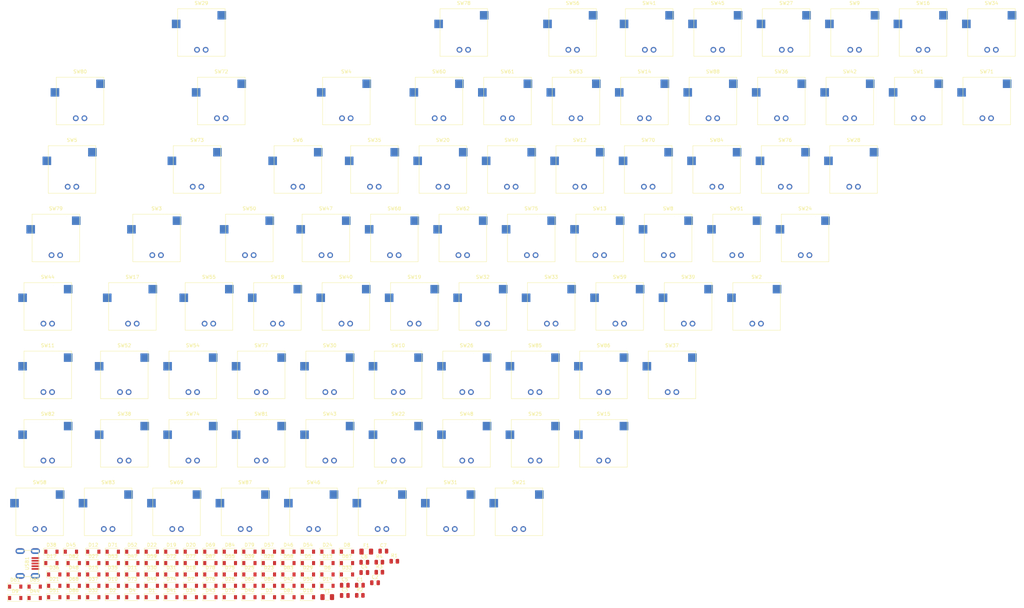
<source format=kicad_pcb>
(kicad_pcb (version 20211014) (generator pcbnew)
  (layers (0 "F.Cu" signal) (31 "B.Cu" signal) (34 "B.Paste" user) (35 "F.Paste" user) (36 "B.SilkS" user "B.Silkscreen") (37 "F.SilkS" user "F.Silkscreen") (38 "B.Mask" user) (39 "F.Mask" user) (44 "Edge.Cuts" user))
  (net 0 "")
  (net 1 "Net-(C1-Pad1)")
  (net 2 "+5V")
  (net 3 "Net-(C2-Pad1)")
  (net 4 "Net-(C3-Pad1)")
  (net 5 "ROW0")
  (net 6 "Net-(D1-Pad2)")
  (net 7 "ROW1")
  (net 8 "Net-(D2-Pad2)")
  (net 9 "ROW2")
  (net 10 "Net-(D3-Pad2)")
  (net 11 "COL3")
  (net 12 "Net-(D4-Pad2)")
  (net 13 "COL4")
  (net 14 "Net-(D5-Pad2)")
  (net 15 "COL5")
  (net 16 "Net-(D6-Pad2)")
  (net 17 "Net-(D7-Pad2)")
  (net 18 "Net-(D8-Pad2)")
  (net 19 "Net-(D9-Pad2)")
  (net 20 "Net-(D10-Pad2)")
  (net 21 "Net-(D11-Pad2)")
  (net 22 "Net-(D12-Pad2)")
  (net 23 "Net-(D13-Pad2)")
  (net 24 "Net-(D14-Pad2)")
  (net 25 "Net-(D15-Pad2)")
  (net 26 "Net-(D16-Pad2)")
  (net 28 "Net-(D17-Pad2)")
  (net 29 "Net-(D18-Pad2)")
  (net 30 "Net-(D19-Pad2)")
  (net 31 "Net-(D20-Pad2)")
  (net 32 "Net-(D21-Pad2)")
  (net 33 "Net-(D22-Pad2)")
  (net 34 "Net-(D23-Pad2)")
  (net 35 "Net-(D24-Pad2)")
  (net 36 "Net-(D25-Pad2)")
  (net 37 "Net-(D26-Pad2)")
  (net 38 "Net-(D27-Pad2)")
  (net 39 "Net-(D28-Pad2)")
  (net 40 "Net-(D29-Pad2)")
  (net 41 "Net-(D30-Pad2)")
  (net 42 "Net-(D31-Pad2)")
  (net 43 "Net-(D32-Pad2)")
  (net 45 "Net-(D33-Pad2)")
  (net 46 "Net-(D34-Pad2)")
  (net 47 "Net-(D35-Pad2)")
  (net 48 "Net-(D36-Pad2)")
  (net 49 "Net-(D37-Pad2)")
  (net 50 "Net-(D38-Pad2)")
  (net 51 "Net-(D39-Pad2)")
  (net 52 "Net-(D40-Pad2)")
  (net 53 "Net-(D41-Pad2)")
  (net 54 "Net-(D42-Pad2)")
  (net 55 "Net-(D43-Pad2)")
  (net 56 "Net-(D44-Pad2)")
  (net 57 "Net-(D45-Pad2)")
  (net 58 "Net-(D46-Pad2)")
  (net 59 "Net-(D47-Pad2)")
  (net 60 "Net-(D48-Pad2)")
  (net 62 "Net-(D49-Pad2)")
  (net 63 "Net-(D50-Pad2)")
  (net 64 "Net-(D51-Pad2)")
  (net 65 "Net-(D52-Pad2)")
  (net 66 "Net-(D53-Pad2)")
  (net 67 "Net-(D54-Pad2)")
  (net 68 "Net-(D55-Pad2)")
  (net 69 "Net-(D57-Pad2)")
  (net 71 "Net-(D58-Pad2)")
  (net 72 "Net-(D59-Pad2)")
  (net 73 "Net-(D60-Pad2)")
  (net 74 "Net-(D61-Pad2)")
  (net 75 "Net-(D67-Pad2)")
  (net 76 "Net-(D68-Pad2)")
  (net 77 "Net-(D69-Pad2)")
  (net 78 "Net-(D70-Pad2)")
  (net 79 "Net-(D71-Pad2)")
  (net 80 "Net-(D72-Pad2)")
  (net 82 "Net-(D73-Pad2)")
  (net 83 "Net-(D74-Pad2)")
  (net 84 "Net-(D75-Pad2)")
  (net 85 "Net-(D76-Pad2)")
  (net 86 "Net-(D77-Pad2)")
  (net 87 "Net-(D78-Pad2)")
  (net 88 "Net-(D79-Pad2)")
  (net 89 "Net-(D80-Pad2)")
  (net 90 "Net-(D81-Pad2)")
  (net 91 "Net-(D82-Pad2)")
  (net 92 "Net-(D83-Pad2)")
  (net 93 "Net-(D84-Pad2)")
  (net 94 "Net-(D85-Pad2)")
  (net 95 "Net-(D86-Pad2)")
  (net 96 "Net-(D87-Pad2)")
  (net 97 "VCC")
  (net 98 "Net-(R1-Pad2)")
  (net 99 "Net-(R2-Pad1)")
  (net 100 "Net-(R3-Pad1)")
  (net 101 "D+")
  (net 102 "Net-(R4-Pad1)")
  (net 103 "D-")
  (net 104 "COL0")
  (net 105 "COL1")
  (net 106 "COL2")
  (net 107 "COL6")
  (net 108 "COL7")
  (net 109 "COL9")
  (net 110 "COL10")
  (net 111 "COL12")
  (net 112 "COL13")
  (net 113 "COL14")
  (net 114 "COL15")
  (net 115 "GND")
  (footprint "Diode_SMD:D_SOD-123" (layer "F.Cu") (at 43.3 191.09)
    (fp_text reference "D68")
    (fp_text value "D_Small")
  )
  (footprint "CherryMX_KailhSocket_LED:CherryMX_6.00u_KailhSocket_LED" (layer "F.Cu") (at 80.885 28.09)
    (fp_text reference "SW29")
    (fp_text value "SW_DIP_x01")
  )
  (footprint "Capacitor_SMD:C_0805_2012Metric" (layer "F.Cu") (at 123.15 190.92)
    (fp_text reference "C5")
    (fp_text value "0.1uF")
  )
  (footprint "CherryMX_KailhSocket_LED:CherryMX_1.00u_KailhSocket_LED" (layer "F.Cu") (at 134.11 169.28)
    (fp_text reference "SW7")
    (fp_text value "SW_DIP_x01")
  )
  (footprint "Diode_SMD:D_SOD-123" (layer "F.Cu") (at 95.05 191.09)
    (fp_text reference "D60")
    (fp_text value "D_Small")
  )
  (footprint "CherryMX_KailhSocket_LED:CherryMX_1.00u_KailhSocket_LED" (layer "F.Cu") (at 150.91 48.26)
    (fp_text reference "SW60")
    (fp_text value "SW_DIP_x01")
  )
  (footprint "Diode_SMD:D_SOD-123" (layer "F.Cu") (at 106.55 181.04)
    (fp_text reference "D46")
    (fp_text value "D_Small")
  )
  (footprint "Diode_SMD:D_SOD-123" (layer "F.Cu") (at 100.8 194.44)
    (fp_text reference "D3")
    (fp_text value "D_Small")
  )
  (footprint "CherryMX_KailhSocket_LED:CherryMX_1.00u_KailhSocket_LED" (layer "F.Cu") (at 313.68 28.09)
    (fp_text reference "SW34")
    (fp_text value "SW_DIP_x01")
  )
  (footprint "CherryMX_KailhSocket_LED:CherryMX_1.00u_KailhSocket_LED" (layer "F.Cu") (at 118.7 128.94)
    (fp_text reference "SW30")
    (fp_text value "SW_DIP_x01")
  )
  (footprint "Diode_SMD:D_SOD-123" (layer "F.Cu") (at 77.8 194.44)
    (fp_text reference "D34")
    (fp_text value "D_Small")
  )
  (footprint "Diode_SMD:D_SOD-123" (layer "F.Cu") (at 77.8 191.09)
    (fp_text reference "D7")
    (fp_text value "D_Small")
  )
  (footprint "Diode_SMD:D_SOD-123" (layer "F.Cu") (at 54.8 184.39)
    (fp_text reference "D53")
    (fp_text value "D_Small")
  )
  (footprint "CherryMX_KailhSocket_LED:CherryMX_1.00u_KailhSocket_LED" (layer "F.Cu") (at 192.37 68.43)
    (fp_text reference "SW12")
    (fp_text value "SW_DIP_x01")
  )
  (footprint "CherryMX_KailhSocket_LED:CherryMX_1.00u_KailhSocket_LED" (layer "F.Cu") (at 238.59 88.6)
    (fp_text reference "SW51")
    (fp_text value "SW_DIP_x01")
  )
  (footprint "CherryMX_KailhSocket_LED:CherryMX_1.25u_KailhSocket_LED" (layer "F.Cu") (at 35.64125 128.94)
    (fp_text reference "SW11")
    (fp_text value "SW_DIP_x01")
  )
  (footprint "CherryMX_KailhSocket_LED:CherryMX_1.00u_KailhSocket_LED" (layer "F.Cu") (at 178.08 88.6)
    (fp_text reference "SW75")
    (fp_text value "SW_DIP_x01")
  )
  (footprint "Diode_SMD:D_SOD-123" (layer "F.Cu") (at 100.8 181.04)
    (fp_text reference "D57")
    (fp_text value "D_Small")
  )
  (footprint "Diode_SMD:D_SOD-123" (layer "F.Cu") (at 54.8 194.44)
    (fp_text reference "D2")
    (fp_text value "D_Small")
  )
  (footprint "Diode_SMD:D_SOD-123" (layer "F.Cu") (at 36.72 181.04)
    (fp_text reference "D38")
    (fp_text value "D_Small")
  )
  (footprint "CherryMX_KailhSocket_LED:CherryMX_1.00u_KailhSocket_LED" (layer "F.Cu") (at 159.04 149.11)
    (fp_text reference "SW48")
    (fp_text value "SW_DIP_x01")
  )
  (footprint "Diode_SMD:D_SOD-123" (layer "F.Cu") (at 83.55 194.44)
    (fp_text reference "D43")
    (fp_text value "D_Small")
  )
  (footprint "CherryMX_KailhSocket_LED:CherryMX_1.50u_KailhSocket_LED" (layer "F.Cu") (at 67.7125 88.6)
    (fp_text reference "SW3")
    (fp_text value "SW_DIP_x01")
  )
  (footprint "Diode_SMD:D_SOD-123" (layer "F.Cu") (at 89.3 191.09)
    (fp_text reference "D26")
    (fp_text value "D_Small")
  )
  (footprint "CherryMX_KailhSocket_LED:CherryMX_1.00u_KailhSocket_LED" (layer "F.Cu") (at 143.63 108.77)
    (fp_text reference "SW19")
    (fp_text value "SW_DIP_x01")
  )
  (footprint "CherryMX_KailhSocket_LED:CherryMX_1.00u_KailhSocket_LED" (layer "F.Cu") (at 33.26 169.28)
    (fp_text reference "SW58")
    (fp_text value "SW_DIP_x01")
  )
  (footprint "Diode_SMD:D_SOD-123" (layer "F.Cu") (at 54.8 191.09)
    (fp_text reference "D10")
    (fp_text value "D_Small")
  )
  (footprint "Diode_SMD:D_SOD-123" (layer "F.Cu") (at 106.55 191.09)
    (fp_text reference "D42")
    (fp_text value "D_Small")
  )
  (footprint "Resistor_SMD:R_0805_2012Metric" (layer "F.Cu") (at 137.74 183.85)
    (fp_text reference "R1")
    (fp_text value "10k")
  )
  (footprint "CherryMX_KailhSocket_LED:CherryMX_1.00u_KailhSocket_LED" (layer "F.Cu") (at 113.94 169.28)
    (fp_text reference "SW46")
    (fp_text value "SW_DIP_x01")
  )
  (footprint "CherryMX_KailhSocket_LED:CherryMX_1.25u_KailhSocket_LED" (layer "F.Cu") (at 35.64125 108.77)
    (fp_text reference "SW44")
    (fp_text value "SW_DIP_x01")
  )
  (footprint "Diode_SMD:D_SOD-123" (layer "F.Cu") (at 89.3 181.04)
    (fp_text reference "D84")
    (fp_text value "D_Small")
  )
  (footprint "CherryMX_KailhSocket_LED:CherryMX_1.00u_KailhSocket_LED" (layer "F.Cu") (at 172.2 68.43)
    (fp_text reference "SW49")
    (fp_text value "SW_DIP_x01")
  )
  (footprint "CherryMX_KailhSocket_LED:CherryMX_1.00u_KailhSocket_LED" (layer "F.Cu") (at 231.59 48.26)
    (fp_text reference "SW88")
    (fp_text value "SW_DIP_x01")
  )
  (footprint "CherryMX_KailhSocket_LED:CherryMX_1.00u_KailhSocket_LED" (layer "F.Cu") (at 137.74 88.6)
    (fp_text reference "SW68")
    (fp_text value "SW_DIP_x01")
  )
  (footprint "Diode_SMD:D_SOD-123" (layer "F.Cu") (at 118.05 187.74)
    (fp_text reference "D6")
    (fp_text value "D_Small")
  )
  (footprint "Capacitor_SMD:C_0805_2012Metric" (layer "F.Cu") (at 132.05 190.18)
    (fp_text reference "C2")
    (fp_text value "22pF")
  )
  (footprint "CherryMX_KailhSocket_LED:CherryMX_1.00u_KailhSocket_LED" (layer "F.Cu") (at 191.25 48.26)
    (fp_text reference "SW53")
    (fp_text value "SW_DIP_x01")
  )
  (footprint "Diode_SMD:D_SOD-123" (layer "F.Cu") (at 123.8 187.74)
    (fp_text reference "D33")
    (fp_text value "D_Small")
  )
  (footprint "Diode_SMD:D_SOD-123" (layer "F.Cu") (at 112.3 194.44)
    (fp_text reference "D16")
    (fp_text value "D_Small")
  )
  (footprint "CherryMX_KailhSocket_LED:CherryMX_2.00u_KailhSocket_LED" (layer "F.Cu") (at 42.785 68.43)
    (fp_text reference "SW5")
    (fp_text value "SW_DIP_x01")
  )
  (footprint "Diode_SMD:D_SOD-123" (layer "F.Cu") (at 43.3 184.39)
    (fp_text reference "D82")
    (fp_text value "D_Small")
  )
  (footprint "Diode_SMD:D_SOD-123" (layer "F.Cu") (at 49.05 191.09)
    (fp_text reference "D37")
    (fp_text value "D_Small")
  )
  (footprint "Diode_SMD:D_SOD-123" (layer "F.Cu") (at 95.05 187.74)
    (fp_text reference "D25")
    (fp_text value "D_Small")
  )
  (footprint "Diode_SMD:D_SOD-123" (layer "F.Cu") (at 31.8 191.33)
    (fp_text reference "D85")
    (fp_text value "D_Small")
  )
  (footprint "CherryMX_KailhSocket_LED:CherryMX_1.00u_KailhSocket_LED" (layer "F.Cu") (at 211.42 48.26)
    (fp_text reference "SW14")
    (fp_text value "SW_DIP_x01")
  )
  (footprint "Diode_SMD:D_SOD-123" (layer "F.Cu") (at 49.05 194.44)
    (fp_text reference "D32")
    (fp_text value "D_Small")
  )
  (footprint "Diode_SMD:D_SOD-123" (layer "F.Cu") (at 49.05 187.74)
    (fp_text reference "D15")
    (fp_text value "D_Small")
  )
  (footprint "Resistor_SMD:R_0805_2012Metric" (layer "F.Cu") (at 133.33 184.13)
    (fp_text reference "R4")
    (fp_text value "22")
  )
  (footprint "CherryMX_KailhSocket_LED:CherryMX_1.00u_KailhSocket_LED" (layer "F.Cu") (at 138.87 149.11)
    (fp_text reference "SW22")
    (fp_text value "SW_DIP_x01")
  )
  (footprint "Diode_SMD:D_SOD-123" (layer "F.Cu") (at 60.55 181.04)
    (fp_text reference "D52")
    (fp_text value "D_Small")
  )
  (footprint "CherryMX_KailhSocket_LED:CherryMX_1.00u_KailhSocket_LED" (layer "F.Cu") (at 157.91 88.6)
    (fp_text reference "SW62")
    (fp_text value "SW_DIP_x01")
  )
  (footprint "Diode_SMD:D_SOD-123" (layer "F.Cu") (at 77.8 184.39)
    (fp_text reference "D77")
    (fp_text value "D_Small")
  )
  (footprint "CherryMX_KailhSocket_LED:CherryMX_1.00u_KailhSocket_LED" (layer "F.Cu") (at 179.21 149.11)
    (fp_text reference "SW25")
    (fp_text value "SW_DIP_x01")
  )
  (footprint "CherryMX_KailhSocket_LED:CherryMX_1.00u_KailhSocket_LED" (layer "F.Cu") (at 117.57 88.6)
    (fp_text reference "SW47")
    (fp_text value "SW_DIP_x01")
  )
  (footprint "CherryMX_KailhSocket_LED:CherryMX_1.00u_KailhSocket_LED" (layer "F.Cu") (at 103.29 108.77)
    (fp_text reference "SW18")
    (fp_text value "SW_DIP_x01")
  )
  (footprint "CherryMX_KailhSocket_LED:CherryMX_1.00u_KailhSocket_LED" (layer "F.Cu") (at 73.6 169.28)
    (fp_text reference "SW69")
    (fp_text value "SW_DIP_x01")
  )
  (footprint "Diode_SMD:D_SOD-123" (layer "F.Cu") (at 100.8 184.39)
    (fp_text reference "D28")
    (fp_text value "D_Small")
  )
  (footprint "CherryMX_KailhSocket_LED:CherryMX_1.00u_KailhSocket_LED" (layer "F.Cu") (at 78.36 128.94)
    (fp_text reference "SW54")
    (fp_text value "SW_DIP_x01")
  )
  (footprint "CherryMX_KailhSocket_LED:CherryMX_1.00u_KailhSocket_LED" (layer "F.Cu") (at 98.53 128.94)
    (fp_text reference "SW77")
    (fp_text value "SW_DIP_x01")
  )
  (footprint "CherryMX_KailhSocket_LED:CherryMX_1.00u_KailhSocket_LED" (layer "F.Cu") (at 273.34 28.09)
    (fp_text reference "SW9")
    (fp_text value "SW_DIP_x01")
  )
  (footprint "CherryMX_KailhSocket_LED:CherryMX_1.00u_KailhSocket_LED" (layer "F.Cu") (at 171.08 48.26)
    (fp_text reference "SW61")
    (fp_text value "SW_DIP_x01")
  )
  (footprint "Diode_SMD:D_SOD-123" (layer "F.Cu") (at 77.8 181.04)
    (fp_text reference "D20")
    (fp_text value "D_Small")
  )
  (footprint "Diode_SMD:D_SOD-123" (layer "F.Cu") (at 100.8 187.74)
    (fp_text reference "D23")
    (fp_text value "D_Small")
  )
  (footprint "Diode_SMD:D_SOD-123" (layer "F.Cu") (at 49.05 181.04)
    (fp_text reference "D12")
    (fp_text value "D_Small")
  )
  (footprint "Diode_SMD:D_SOD-123" (layer "F.Cu") (at 95.05 181.04)
    (fp_text reference "D79")
    (fp_text value "D_Small")
  )
  (footprint "Diode_SMD:D_SOD-123" (layer "F.Cu") (at 118.05 191.09)
    (fp_text reference "D14")
    (fp_text value "D_Small")
  )
  (footprint "CherryMX_KailhSocket_LED:CherryMX_1.00u_KailhSocket_LED" (layer "F.Cu") (at 183.97 108.77)
    (fp_text reference "SW33")
    (fp_text value "SW_DIP_x01")
  )
  (footprint "CherryMX_KailhSocket_LED:CherryMX_1.00u_KailhSocket_LED" (layer "F.Cu") (at 258.76 88.6)
    (fp_text reference "SW24")
    (fp_text value "SW_DIP_x01")
  )
  (footprint "Diode_SMD:D_SOD-123" (layer "F.Cu") (at 106.55 184.39)
    (fp_text reference "D58")
    (fp_text value "D_Small")
  )
  (footprint "CherryMX_KailhSocket_LED:CherryMX_1.00u_KailhSocket_LED" (layer "F.Cu") (at 224.31 108.77)
    (fp_text reference "SW39")
    (fp_text value "SW_DIP_x01")
  )
  (footprint "Diode_SMD:D_SOD-123" (layer "F.Cu") (at 37.55 194.44)
    (fp_text reference "D51")
    (fp_text value "D_Small")
  )
  (footprint "CherryMX_KailhSocket_LED:CherryMX_1.00u_KailhSocket_LED" (layer "F.Cu") (at 179.21 128.94)
    (fp_text reference "SW85")
    (fp_text value "SW_DIP_x01")
  )
  (footprint "CherryMX_KailhSocket_LED:CherryMX_1.50u_KailhSocket_LED" (layer "F.Cu") (at 38.0225 88.6)
    (fp_text reference "SW79")
    (fp_text value "SW_DIP_x01")
  )
  (footprint "Diode_SMD:D_SOD-123" (layer "F.Cu") (at 54.8 181.04)
    (fp_text reference "D71")
    (fp_text value "D_Small")
  )
  (footprint "Diode_SMD:D_SOD-123" (layer "F.Cu") (at 112.3 191.09)
    (fp_text reference "D50")
    (fp_text value "D_Small")
  )
  (footprint "CherryMX_KailhSocket_LED:CherryMX_1.00u_KailhSocket_LED" (layer "F.Cu") (at 271.93 48.26)
    (fp_text reference "SW42")
    (fp_text value "SW_DIP_x01")
  )
  (footprint "Capacitor_SMD:C_0805_2012Metric" (layer "F.Cu") (at 127.6 190.92)
    (fp_text reference "C1")
    (fp_text value "22pF")
  )
  (footprint "CherryMX_KailhSocket_LED:CherryMX_1.00u_KailhSocket_LED" (layer "F.Cu") (at 252.88 68.43)
    (fp_text reference "SW76")
    (fp_text value "SW_DIP_x01")
  )
  (footprint "Diode_SMD:D_SOD-123" (layer "F.Cu") (at 60.55 194.44)
    (fp_text reference "D4")
    (fp_text value "D_Small")
  )
  (footprint "Diode_SMD:D_SOD-123" (layer "F.Cu") (at 66.3 187.74)
    (fp_text reference "D30")
    (fp_text value "D_Small")
  )
  (footprint "Diode_SMD:D_SOD-123" (layer "F.Cu") (at 43.3 194.44)
    (fp_text reference "D86")
    (fp_text value "D_Small")
  )
  (footprint "Diode_SMD:D_SOD-123" (layer "F.Cu") (at 112.3 187.74)
    (fp_text reference "D29")
    (fp_text value "D_Small")
  )
  (footprint "CherryMX_KailhSocket_LED:CherryMX_1.00u_KailhSocket_LED" (layer "F.Cu") (at 152.03 68.43)
    (fp_text reference "SW20")
    (fp_text value "SW_DIP_x01")
  )
  (footprint "CherryMX_KailhSocket_LED:CherryMX_1.00u_KailhSocket_LED" (layer "F.Cu") (at 98.53 149.11)
    (fp_text reference "SW81")
    (fp_text value "SW_DIP_x01")
  )
  (footprint "Capacitor_SMD:C_0805_2012Metric" (layer "F.Cu") (at 134.51 180.87)
    (fp_text reference "C7")
    (fp_text value "10uF")
  )
  (footprint "Diode_SMD:D_SOD-123" (layer "F.Cu") (at 106.55 194.44)
    (fp_text reference "D81")
    (fp_text value "D_Small")
  )
  (footprint "Diode_SMD:D_SOD-123" (layer "F.Cu") (at 60.55 191.09)
    (fp_text reference "D73")
    (fp_text value "D_Small")
  )
  (footprint "CherryMX_KailhSocket_LED:CherryMX_1.00u_KailhSocket_LED" (layer "F.Cu") (at 118.7 149.11)
    (fp_text reference "SW43")
    (fp_text value "SW_DIP_x01")
  )
  (footprint "CherryMX_KailhSocket_LED:CherryMX_1.00u_KailhSocket_LED" (layer "F.Cu") (at 53.43 169.28)
    (fp_text reference "SW83")
    (fp_text value "SW_DIP_x01")
  )
  (footprint "CherryMX_KailhSocket_LED:CherryMX_2.00u_KailhSocket_LED" (layer "F.Cu") (at 158.205 28.09)
    (fp_text reference "SW78")
    (fp_text value "SW_DIP_x01")
  )
  (footprint "Diode_SMD:D_SOD-123" (layer "F.Cu") (at 66.3 194.44)
    (fp_text reference "D1")
    (fp_text value "D_Small")
  )
  (footprint "Diode_SMD:D_SOD-123" (layer "F.Cu") (at 66.3 184.39)
    (fp_text reference "D59")
    (fp_text value "D_Small")
  )
  (footprint "CherryMX_KailhSocket_LED:CherryMX_1.25u_KailhSocket_LED" (layer "F.Cu") (at 190.28125 28.09)
    (fp_text reference "SW56")
    (fp_text value "SW_DIP_x01")
  )
  (footprint "CherryMX_KailhSocket_LED:CherryMX_1.00u_KailhSocket_LED" (layer "F.Cu") (at 138.87 128.94)
    (fp_text reference "SW10")
    (fp_text value "SW_DIP_x01")
  )
  (footprint "Diode_SMD:D_SOD-123" (layer "F.Cu") (at 83.55 181.04)
    (fp_text reference "D69")
    (fp_text value "D_Small")
  )
  (footprint "Diode_SMD:D_SOD-123" (layer "F.Cu") (at 77.8 187.74)
    (fp_text reference "D18")
    (fp_text value "D_Small")
  )
  (footprint "Resistor_SMD:R_0805_2012Metric" (layer "F.Cu") (at 127.58 193.9)
    (fp_text reference "R2")
    (fp_text value "10k")
  )
  (footprint "Diode_SMD:D_SOD-123" (layer "F.Cu") (at 36.72 184.39)
    (fp_text reference "D17")
    (fp_text value "D_Small")
  )
  (footprint "Diode_SMD:D_SOD-123" (layer "F.Cu") (at 89.3 184.39)
    (fp_text reference "D55")
    (fp_text value "D_Small")
  )
  (footprint "CherryMX_KailhSocket_LED:CherryMX_2.25u_KailhSocket_LED" (layer "F.Cu") (at 45.16625 48.26)
    (fp_text reference "SW80")
    (fp_text value "SW_DIP_x01")
  )
  (footprint "Diode_SMD:D_SOD-123" (layer "F.Cu") (at 89.3 194.44)
    (fp_text reference "D70")
    (fp_text value "D_Small")
  )
  (footprint "Diode_SMD:D_SOD-123" (layer "F.Cu") (at 43.3 187.74)
    (fp_text reference "D48")
    (fp_text value "D_Small")
  )
  (footprint "CherryMX_KailhSocket_LED:CherryMX_1.00u_KailhSocket_LED" (layer "F.Cu") (at 212.83 28.09)
    (fp_text reference "SW41")
    (fp_text value "SW_DIP_x01")
  )
  (footprint "Diode_SMD:D_SOD-123" (layer "F.Cu") (at 83.55 187.74)
    (fp_text reference "D78")
    (fp_text value "D_Small")
  )
  (footprint "CherryMX_KailhSocket_LED:CherryMX_1.00u_KailhSocket_LED" (layer "F.Cu") (at 233 28.09)
    (fp_text reference "SW45")
    (fp_text value "SW_DIP_x01")
  )
  (footprint "Diode_SMD:D_SOD-123" (layer "F.Cu") (at 37.55 187.74)
    (fp_text reference "D36")
    (fp_text value "D_Small")
  )
  (footprint "Diode_SMD:D_SOD-123" (layer "F.Cu") (at 118.05 181.04)
    (fp_text reference "D24")
    (fp_text value "D_Small")
  )
  (footprint "CherryMX_KailhSocket_LED:CherryMX_1.00u_KailhSocket_LED" (layer "F.Cu") (at 154.28 169.28)
    (fp_text reference "SW31")
    (fp_text value "SW_DIP_x01")
  )
  (footprint "CherryMX_KailhSocket_LED:CherryMX_1.00u_KailhSocket_LED" (layer "F.Cu") (at 174.45 169.28)
    (fp_text reference "SW21")
    (fp_text value "SW_DIP_x01")
  )
  (footprint "Diode_SMD:D_SOD-123" (layer "F.Cu") (at 31.8 194.68)
    (fp_text reference "D44")
    (fp_text value "D_Small")
  )
  (footprint "CherryMX_KailhSocket_LED:CherryMX_1.00u_KailhSocket_LED" (layer "F.Cu") (at 253.17 28.09)
    (fp_text reference "SW27")
    (fp_text value "SW_DIP_x01")
  )
  (footprint "Fuse:Fuse_1206_3216Metric" (layer "F.Cu") (at 117.98 194.41)
    (fp_text reference "Y1")
    (fp_text value "16MHz")
  )
  (footprint "Diode_SMD:D_SOD-123" (layer "F.Cu") (at 95.05 194.44)
    (fp_text reference "D40")
    (fp_text value "D_Small")
  )
  (footprint "Diode_SMD:D_SOD-123" (layer "F.Cu") (at 95.05 184.39)
    (fp_text reference "D39")
    (fp_text value "D_Small")
  )
  (footprint "CherryMX_KailhSocket_LED:CherryMX_1.00u_KailhSocket_LED" (layer "F.Cu") (at 198.25 88.6)
    (fp_text reference "SW13")
    (fp_text value "SW_DIP_x01")
  )
  (footprint "CherryMX_KailhSocket_LED:CherryMX_1.00u_KailhSocket_LED" (layer "F.Cu") (at 123.46 108.77)
    (fp_text reference "SW40")
    (fp_text value "SW_DIP_x01")
  )
  (footprint "Fuse:Fuse_1206_3216Metric" (layer "F.Cu") (at 129.48 181.01)
    (fp_text reference "F1")
    (fp_text value "500mA")
  )
  (footprint "Diode_SMD:D_SOD-123" (layer "F.Cu") (at 83.55 184.39)
    (fp_text reference "D87")
    (fp_text value "D_Small")
  )
  (footprint "CherryMX_KailhSocket_LED:CherryMX_1.00u_KailhSocket_LED" (layer "F.Cu") (at 163.8 108.77)
    (fp_text reference "SW32")
    (fp_text value "SW_DIP_x01")
  )
  (footprint "CherryMX_KailhSocket_LED:CherryMX_1.00u_KailhSocket_LED" (layer "F.Cu") (at 244.48 108.77)
    (fp_text reference "SW2")
    (fp_text value "SW_DIP_x01")
  )
  (footprint "CherryMX_KailhSocket_LED:CherryMX_1.00u_KailhSocket_LED" (layer "F.Cu") (at 199.38 128.94)
    (fp_text reference "SW86")
    (fp_text value "SW_DIP_x01")
  )
  (footprint "CherryMX_KailhSocket_LED:CherryMX_1.25u_KailhSocket_LED" (layer "F.Cu") (at 95.02125 88.6)
    (fp_text reference "SW50")
    (fp_text value "SW_DIP_x01")
  )
  (footprint "CherryMX_KailhSocket_LED:CherryMX_2.00u_KailhSocket_LED" (layer "F.Cu") (at 86.765 48.26)
    (fp_text reference "SW72")
    (fp_text value "SW_DIP_x01")
  )
  (footprint "CherryMX_KailhSocket_LED:CherryMX_1.00u_KailhSocket_LED" (layer "F.Cu") (at 58.19 128.94)
    (fp_text reference "SW52")
    (fp_text value "SW_DIP_x01")
  )
  (footprint "CherryMX_KailhSocket_LED:CherryMX_1.00u_KailhSocket_LED" (layer "F.Cu") (at 219.55 128.94)
    (fp_text reference "SW37")
    (fp_text value "SW_DIP_x01")
  )
  (footprint "CherryMX_KailhSocket_LED:CherryMX_1.00u_KailhSocket_LED" (layer "F.Cu") (at 83.12 108.77)
    (fp_text reference "SW55")
    (fp_text value "SW_DIP_x01")
  )
  (footprint "CherryMX_KailhSocket_LED:CherryMX_1.00u_KailhSocket_LED" (layer "F.Cu") (at 131.86 68.43)
    (fp_text reference "SW35")
    (fp_text value "SW_DIP_x01")
  )
  (footprint "Diode_SMD:D_SOD-123" (layer "F.Cu") (at 72.05 194.44)
    (fp_text reference "D41")
    (fp_text value "D_Small")
  )
  (footprint "Diode_SMD:D_SOD-123" (layer "F.Cu") (at 72.05 187.74)
    (fp_text reference "D31")
    (fp_text value "D_Small")
  )
  (footprint "Capacitor_SMD:C_0805_2012Metric" (layer "F.Cu") (at 128.9 187.17)
    (fp_text reference "C4")
    (fp_text value "0.1uF")
  )
  (footprint "CherryMX_KailhSocket_LED:CherryMX_1.75u_KailhSocket_LED" (layer "F.Cu") (at 79.62375 68.43)
    (fp_text reference "SW73")
    (fp_text value "SW_DIP_x01")
  )
  (footprint "CherryMX_KailhSocket_LED:CherryMX_1.00u_KailhSocket_LED" (layer "F.Cu") (at 93.77 169.28)
    (fp_text reference "SW87")
    (fp_text value "SW_DIP_x01")
  )
  (footprint "Diode_SMD:D_SOD-123" (layer "F.Cu") (at 72.05 184.39)
    (fp_text reference "D72")
    (fp_text value "D_Small")
  )
  (footprint "CherryMX_KailhSocket_LED:CherryMX_1.00u_KailhSocket_LED" (layer "F.Cu") (at 204.14 108.77)
    (fp_text reference "SW59")
    (fp_text value "SW_DIP_x01")
  )
  (footprint "Diode_SMD:D_SOD-123" (layer "F.Cu") (at 37.55 191.09)
    (fp_text reference "D21")
    (fp_text value "D_Small")
  )
  (footprint "Diode_SMD:D_SOD-123" (layer "F.Cu") (at 49.05 184.39)
    (fp_text reference "D27")
    (fp_text value "D_Small")
  )
  (footprint "Diode_SMD:D_SOD-123" (layer "F.Cu") (at 72.05 181.04)
    (fp_text reference "D19")
    (fp_text value "D_Small")
  )
  (footprint "Diode_SMD:D_SOD-123" (layer "F.Cu") (at 106.55 187.74)
    (fp_text reference "D83")
    (fp_text value "D_Small")
  )
  (footprint "Diode_SMD:D_SOD-123" (layer "F.Cu") (at 112.3 184.39)
    (fp_text reference "D5")
    (fp_text value "D_Small")
  )
  (footprint "CherryMX_KailhSocket_LED:CherryMX_1.00u_KailhSocket_LED" (layer "F.Cu") (at 293.51 28.09)
    (fp_text reference "SW16")
    (fp_text value "SW_DIP_x01")
  )
  (footprint "CherryMX_KailhSocket_LED:CherryMX_1.00u_KailhSocket_LED" (layer "F.Cu") (at 312.27 48.26)
    (fp_text reference "SW71")
    (fp_text value "SW_DIP_x01")
  )
  (footprint "Diode_SMD:D_SOD-123" (layer "F.Cu") (at 89.3 187.74)
    (fp_text reference "D75")
    (fp_text value "D_Small")
  )
  (footprint "CherryMX_KailhSocket_LED:CherryMX_1.00u_KailhSocket_LED" (layer "F.Cu") (at 232.71 68.43)
    (fp_text reference "SW84")
    (fp_text value "SW_DIP_x01")
  )
  (footprint "Diode_SMD:D_SOD-123" (layer "F.Cu") (at 66.3 191.09)
    (fp_text reference "D49")
    (fp_text value "D_Small")
  )
  (footprint "CherryMX_KailhSocket_LED:CherryMX_1.00u_KailhSocket_LED" (layer "F.Cu") (at 251.76 48.26)
    (fp_text reference "SW36")
    (fp_text value "SW_DIP_x01")
  )
  (footprint "Diode_SMD:D_SOD-123" (layer "F.Cu") (at 83.55 191.09)
    (fp_text reference "D76")
    (fp_text value "D_Small")
  )
  (footprint "Diode_SMD:D_SOD-123" (layer "F.Cu") (at 112.3 181.04)
    (fp_text reference "D54")
    (fp_text value "D_Small")
  )
  (footprint "Resistor_SMD:R_0805_2012Metric" (layer "F.Cu") (at 133.33 187.08)
    (fp_text reference "R3")
    (fp_text value "22")
  )
  (footprint "CherryMX_KailhSocket_LED:CherryMX_1.00u_KailhSocket_LED" (layer "F.Cu") (at 212.54 68.43)
    (fp_text reference "SW70")
    (fp_text value "SW_DIP_x01")
  )
  (footprint "Diode_SMD:D_SOD-123" (layer "F.Cu") (at 42.47 181.04)
    (fp_text reference "D45")
    (fp_text value "D_Small")
  )
  (footprint "Diode_SMD:D_SOD-123" (layer "F.Cu") (at 60.55 184.39)
    (fp_text reference "D47")
    (fp_text value "D_Small")
  )
  (footprint "CherryMX_KailhSocket_LED:CherryMX_1.75u_KailhSocket_LED" (layer "F.Cu") (at 123.60375 48.26)
    (fp_text reference "SW4")
    (fp_text value "SW_DIP_x01")
  )
  (footprint "Diode_SMD:D_SOD-123" (layer "F.Cu") (at 123.8 184.39)
    (fp_text reference "D67")
    (fp_text value "D_Small")
  )
  (footprint "Diode_SMD:D_SOD-123" (layer "F.Cu") (at 100.8 191.09)
    (fp_text reference "D80")
    (fp_text value "D_Small")
  )
  (footprint "CherryMX_KailhSocket_LED:CherryMX_1.25u_KailhSocket_LED" (layer "F.Cu") (at 109.31125 68.43)
    (fp_text reference "SW6")
    (fp_text value "SW_DIP_x01")
  )
  (footprint "Diode_SMD:D_SOD-123" (layer "F.Cu") (at 72.05 191.09)
    (fp_text reference "D74")
    (fp_text value "D_Small")
  )
  (footprint "random-keyboard-parts:Molex-0548190589" (layer "F.Cu") (at 27.5 184.512)
    (fp_text reference "USB1")
    (fp_text value "Molex-0548190589")
  )
  (footprint "Diode_SMD:D_SOD-123" (layer "F.Cu") (at 66.3 181.04)
    (fp_text reference "D22")
    (fp_text value "D_Small")
  )
  (footprint "Diode_SMD:D_SOD-123" (layer "F.Cu") (at 26.05 194.68)
    (fp_text reference "D9")
    (fp_text value "D_Small")
  )
  (footprint "CherryMX_KailhSocket_LED:CherryMX_1.00u_KailhSocket_LED" (layer "F.Cu") (at 199.38 149.11)
    (fp_text reference "SW15")
    (fp_text value "SW_DIP_x01")
  )
  (footprint "CherryMX_KailhSocket_LED:CherryMX_1.00u_KailhSocket_LED" (layer "F.Cu") (at 78.36 149.11)
    (fp_text reference "SW74")
    (fp_text value "SW_DIP_x01")
  )
  (footprint "Diode_SMD:D_SOD-123" (layer "F.Cu") (at 118.05 184.39)
    (fp_text reference "D13")
    (fp_text value "D_Small")
  )
  (footprint "CherryMX_KailhSocket_LED:CherryMX_1.25u_KailhSocket_LED" (layer "F.Cu") (at 60.57125 108.77)
    (fp_text reference "SW17")
    (fp_text value "SW_DIP_x01")
  )
  (footprint "Diode_SMD:D_SOD-123" (layer "F.Cu") (at 123.8 181.04)
    (fp_text reference "D8")
    (fp_text value "D_Small")
  )
  (footprint "Diode_SMD:D_SOD-123" (layer "F.Cu") (at 26.05 191.33)
    (fp_text reference "D61")
    (fp_text value "D_Small")
  )
  (footprint "CherryMX_KailhSocket_LED:CherryMX_1.00u_KailhSocket_LED" (layer "F.Cu") (at 159.04 128.94)
    (fp_text reference "SW26")
    (fp_text value "SW_DIP_x01")
  )
  (footprint "Diode_SMD:D_SOD-123" (layer "F.Cu") (at 60.55 187.74)
    (fp_text reference "D11")
    (fp_text value "D_Small")
  )
  (footprint "CherryMX_KailhSocket_LED:CherryMX_1.00u_KailhSocket_LED" (layer "F.Cu") (at 58.19 149.11)
    (fp_text reference "SW38")
    (fp_text value "SW_DIP_x01")
  )
  (footprint "Capacitor_SMD:C_0805_2012Metric" (layer "F.Cu") (at 123.15 193.93)
    (fp_text reference "C3")
    (fp_text value "1uF")
  )
  (footprint "Capacitor_SMD:C_0805_2012Metric" (layer "F.Cu") (at 128.9 184.16)
    (fp_text reference "C6")
    (fp_text value "0.1uF")
  )
  (footprint "CherryMX_KailhSocket_LED:CherryMX_1.00u_KailhSocket_LED" (layer "F.Cu") (at 273.05 68.43)
    (fp_text reference "SW28")
    (fp_text value "SW_DIP_x01")
  )
  (footprint "CherryMX_KailhSocket_LED:CherryMX_1.00u_KailhSocket_LED" (layer "F.Cu") (at 292.1 48.26)
    (fp_text reference "SW1")
    (fp_text value "SW_DIP_x01")
  )
  (footprint "CherryMX_KailhSocket_LED:CherryMX_1.25u_KailhSocket_LED" (layer "F.Cu") (at 35.64125 149.11)
    (fp_text reference "SW82")
    (fp_text value "SW_DIP_x01")
  )
  (footprint "CherryMX_KailhSocket_LED:CherryMX_1.00u_KailhSocket_LED" (layer "F.Cu") (at 218.42 88.6)
    (fp_text reference "SW8")
    (fp_text value "SW_DIP_x01")
  )
  (footprint "Diode_SMD:D_SOD-123" (layer "F.Cu") (at 54.8 187.74)
    (fp_text reference "D35")
    (fp_text value "D_Small")
  )
)
</source>
